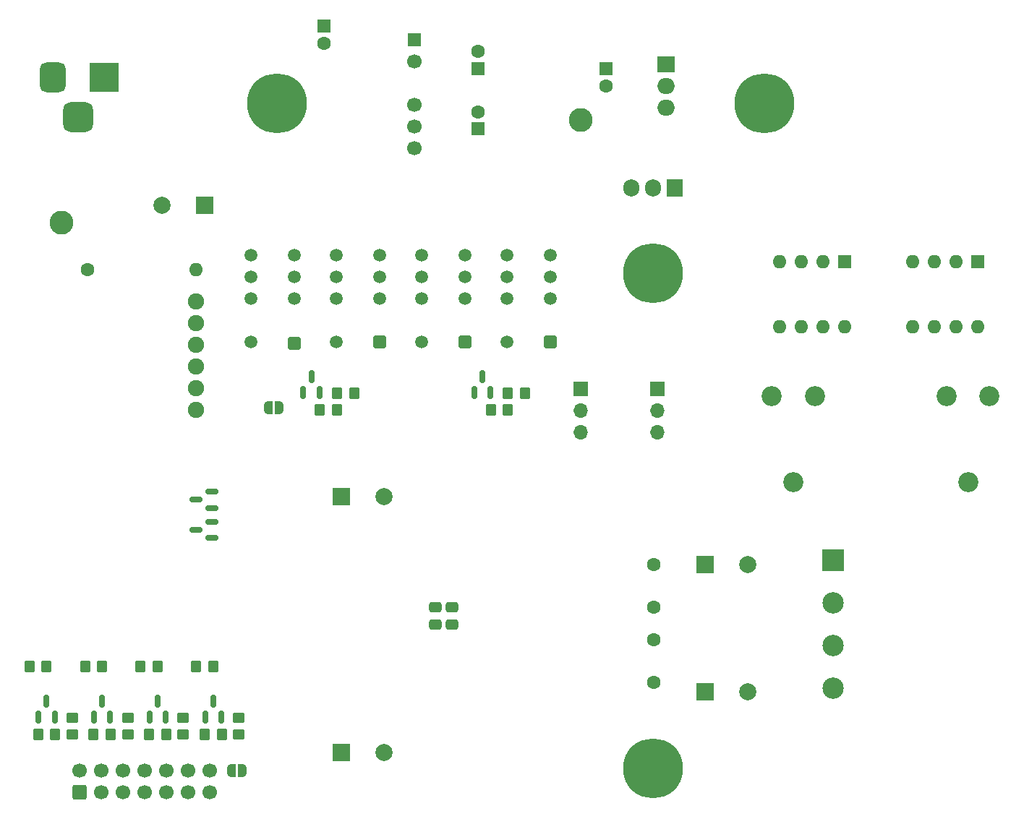
<source format=gbs>
G04 #@! TF.GenerationSoftware,KiCad,Pcbnew,6.0.6-2.fc35*
G04 #@! TF.CreationDate,2022-07-15T01:41:46+02:00*
G04 #@! TF.ProjectId,office_amp,6f666669-6365-45f6-916d-702e6b696361,rev?*
G04 #@! TF.SameCoordinates,Original*
G04 #@! TF.FileFunction,Soldermask,Bot*
G04 #@! TF.FilePolarity,Negative*
%FSLAX46Y46*%
G04 Gerber Fmt 4.6, Leading zero omitted, Abs format (unit mm)*
G04 Created by KiCad (PCBNEW 6.0.6-2.fc35) date 2022-07-15 01:41:46*
%MOMM*%
%LPD*%
G01*
G04 APERTURE LIST*
G04 Aperture macros list*
%AMRoundRect*
0 Rectangle with rounded corners*
0 $1 Rounding radius*
0 $2 $3 $4 $5 $6 $7 $8 $9 X,Y pos of 4 corners*
0 Add a 4 corners polygon primitive as box body*
4,1,4,$2,$3,$4,$5,$6,$7,$8,$9,$2,$3,0*
0 Add four circle primitives for the rounded corners*
1,1,$1+$1,$2,$3*
1,1,$1+$1,$4,$5*
1,1,$1+$1,$6,$7*
1,1,$1+$1,$8,$9*
0 Add four rect primitives between the rounded corners*
20,1,$1+$1,$2,$3,$4,$5,0*
20,1,$1+$1,$4,$5,$6,$7,0*
20,1,$1+$1,$6,$7,$8,$9,0*
20,1,$1+$1,$8,$9,$2,$3,0*%
%AMFreePoly0*
4,1,22,0.500000,-0.750000,0.000000,-0.750000,0.000000,-0.745033,-0.079941,-0.743568,-0.215256,-0.701293,-0.333266,-0.622738,-0.424486,-0.514219,-0.481581,-0.384460,-0.499164,-0.250000,-0.500000,-0.250000,-0.500000,0.250000,-0.499164,0.250000,-0.499963,0.256109,-0.478152,0.396186,-0.417904,0.524511,-0.324060,0.630769,-0.204165,0.706417,-0.067858,0.745374,0.000000,0.744959,0.000000,0.750000,
0.500000,0.750000,0.500000,-0.750000,0.500000,-0.750000,$1*%
%AMFreePoly1*
4,1,20,0.000000,0.744959,0.073905,0.744508,0.209726,0.703889,0.328688,0.626782,0.421226,0.519385,0.479903,0.390333,0.500000,0.250000,0.500000,-0.250000,0.499851,-0.262216,0.476331,-0.402017,0.414519,-0.529596,0.319384,-0.634700,0.198574,-0.708877,0.061801,-0.746166,0.000000,-0.745033,0.000000,-0.750000,-0.500000,-0.750000,-0.500000,0.750000,0.000000,0.750000,0.000000,0.744959,
0.000000,0.744959,$1*%
G04 Aperture macros list end*
%ADD10RoundRect,0.150000X0.587500X0.150000X-0.587500X0.150000X-0.587500X-0.150000X0.587500X-0.150000X0*%
%ADD11R,3.500000X3.500000*%
%ADD12RoundRect,0.750000X-0.750000X-1.000000X0.750000X-1.000000X0.750000X1.000000X-0.750000X1.000000X0*%
%ADD13RoundRect,0.875000X-0.875000X-0.875000X0.875000X-0.875000X0.875000X0.875000X-0.875000X0.875000X0*%
%ADD14R,1.600000X1.600000*%
%ADD15C,1.700000*%
%ADD16C,1.900000*%
%ADD17R,2.000000X2.000000*%
%ADD18C,2.000000*%
%ADD19RoundRect,0.250000X0.600000X-0.600000X0.600000X0.600000X-0.600000X0.600000X-0.600000X-0.600000X0*%
%ADD20C,1.600000*%
%ADD21RoundRect,0.250500X0.499500X0.499500X-0.499500X0.499500X-0.499500X-0.499500X0.499500X-0.499500X0*%
%ADD22C,1.500000*%
%ADD23C,2.340000*%
%ADD24R,1.905000X2.000000*%
%ADD25O,1.905000X2.000000*%
%ADD26O,1.600000X1.600000*%
%ADD27R,1.700000X1.700000*%
%ADD28O,1.700000X1.700000*%
%ADD29R,2.500000X2.500000*%
%ADD30C,2.500000*%
%ADD31C,7.000000*%
%ADD32C,2.800000*%
%ADD33R,2.000000X1.905000*%
%ADD34O,2.000000X1.905000*%
%ADD35RoundRect,0.250000X0.475000X-0.337500X0.475000X0.337500X-0.475000X0.337500X-0.475000X-0.337500X0*%
%ADD36RoundRect,0.250000X0.350000X0.450000X-0.350000X0.450000X-0.350000X-0.450000X0.350000X-0.450000X0*%
%ADD37RoundRect,0.250000X-0.350000X-0.450000X0.350000X-0.450000X0.350000X0.450000X-0.350000X0.450000X0*%
%ADD38RoundRect,0.250000X0.450000X-0.350000X0.450000X0.350000X-0.450000X0.350000X-0.450000X-0.350000X0*%
%ADD39FreePoly0,0.000000*%
%ADD40FreePoly1,0.000000*%
%ADD41RoundRect,0.150000X0.150000X-0.587500X0.150000X0.587500X-0.150000X0.587500X-0.150000X-0.587500X0*%
%ADD42FreePoly0,180.000000*%
%ADD43FreePoly1,180.000000*%
G04 APERTURE END LIST*
D10*
X113000000Y-120000000D03*
X114875000Y-120950000D03*
X114875000Y-119050000D03*
X112962500Y-116500000D03*
X114837500Y-117450000D03*
X114837500Y-115550000D03*
D11*
X102200000Y-67000000D03*
D12*
X96200000Y-67000000D03*
D13*
X99200000Y-71700000D03*
D14*
X138550000Y-62600000D03*
D15*
X138550000Y-65140000D03*
X138550000Y-70220000D03*
X138550000Y-72760000D03*
X138550000Y-75300000D03*
D16*
X113000000Y-106000000D03*
X113000000Y-103460000D03*
X113000000Y-100920000D03*
X113000000Y-98380000D03*
X113000000Y-95840000D03*
X113000000Y-93300000D03*
D17*
X130000000Y-146100000D03*
D18*
X135000000Y-146100000D03*
D19*
X99380000Y-150752500D03*
D15*
X99380000Y-148212500D03*
X101920000Y-150752500D03*
X101920000Y-148212500D03*
X104460000Y-150752500D03*
X104460000Y-148212500D03*
X107000000Y-150752500D03*
X107000000Y-148212500D03*
X109540000Y-150752500D03*
X109540000Y-148212500D03*
X112080000Y-150752500D03*
X112080000Y-148212500D03*
X114620000Y-150752500D03*
X114620000Y-148212500D03*
D14*
X128000000Y-61000000D03*
D20*
X128000000Y-63000000D03*
D14*
X161000000Y-66000000D03*
D20*
X161000000Y-68000000D03*
D14*
X146000000Y-73044888D03*
D20*
X146000000Y-71044888D03*
D14*
X146000000Y-66000000D03*
D20*
X146000000Y-64000000D03*
D21*
X154500000Y-98000000D03*
D22*
X154500000Y-92920000D03*
X154500000Y-90380000D03*
X154500000Y-87840000D03*
X149420000Y-87840000D03*
X149420000Y-90380000D03*
X149420000Y-92920000D03*
X149420000Y-98000000D03*
D21*
X134500000Y-98000000D03*
D22*
X134500000Y-92920000D03*
X134500000Y-90380000D03*
X134500000Y-87840000D03*
X129420000Y-87840000D03*
X129420000Y-90380000D03*
X129420000Y-92920000D03*
X129420000Y-98000000D03*
D23*
X200900000Y-104400000D03*
X203400000Y-114400000D03*
X205900000Y-104400000D03*
X180425000Y-104400000D03*
X182925000Y-114400000D03*
X185425000Y-104400000D03*
D24*
X169000000Y-80000000D03*
D25*
X166460000Y-80000000D03*
X163920000Y-80000000D03*
D14*
X188900000Y-88600000D03*
D26*
X186360000Y-88600000D03*
X183820000Y-88600000D03*
X181280000Y-88600000D03*
X181280000Y-96220000D03*
X183820000Y-96220000D03*
X186360000Y-96220000D03*
X188900000Y-96220000D03*
D17*
X114000000Y-82000000D03*
D18*
X109000000Y-82000000D03*
D14*
X204520000Y-88600000D03*
D26*
X201980000Y-88600000D03*
X199440000Y-88600000D03*
X196900000Y-88600000D03*
X196900000Y-96220000D03*
X199440000Y-96220000D03*
X201980000Y-96220000D03*
X204520000Y-96220000D03*
D27*
X158000000Y-103475000D03*
D28*
X158000000Y-106015000D03*
X158000000Y-108555000D03*
D20*
X166600000Y-124100000D03*
X166600000Y-129100000D03*
D29*
X187600000Y-123600000D03*
D30*
X187600000Y-128600000D03*
X187600000Y-133600000D03*
X187600000Y-138600000D03*
D17*
X172600000Y-139000000D03*
D18*
X177600000Y-139000000D03*
D20*
X166600000Y-132900000D03*
X166600000Y-137900000D03*
D17*
X172600000Y-124100000D03*
D18*
X177600000Y-124100000D03*
D17*
X130000000Y-116100000D03*
D18*
X135000000Y-116100000D03*
D21*
X124500000Y-98180000D03*
D22*
X124500000Y-92920000D03*
X124500000Y-90380000D03*
X124500000Y-87840000D03*
X119420000Y-87840000D03*
X119420000Y-90380000D03*
X119420000Y-92920000D03*
X119420000Y-98000000D03*
D27*
X167000000Y-103475000D03*
D28*
X167000000Y-106015000D03*
X167000000Y-108555000D03*
D21*
X144500000Y-98000000D03*
D22*
X144500000Y-92920000D03*
X144500000Y-90380000D03*
X144500000Y-87840000D03*
X139420000Y-87840000D03*
X139420000Y-90380000D03*
X139420000Y-92920000D03*
X139420000Y-98000000D03*
D31*
X179500000Y-70050000D03*
X166500000Y-147950000D03*
D32*
X97250000Y-84000000D03*
D33*
X168055000Y-65460000D03*
D34*
X168055000Y-68000000D03*
X168055000Y-70540000D03*
D20*
X100300000Y-89500000D03*
D26*
X113000000Y-89500000D03*
D31*
X166500000Y-90000000D03*
D32*
X158000000Y-72000000D03*
D31*
X122500000Y-70050000D03*
D35*
X141000000Y-131137500D03*
X141000000Y-129062500D03*
D36*
X115000000Y-136000000D03*
X113000000Y-136000000D03*
X108500000Y-136000000D03*
X106500000Y-136000000D03*
X102000000Y-136000000D03*
X100000000Y-136000000D03*
D37*
X93500000Y-136000000D03*
X95500000Y-136000000D03*
D35*
X143000000Y-131137500D03*
X143000000Y-129062500D03*
D37*
X127500000Y-106000000D03*
X129500000Y-106000000D03*
X94500000Y-144000000D03*
X96500000Y-144000000D03*
D36*
X116000000Y-144000000D03*
X114000000Y-144000000D03*
X131500000Y-104000000D03*
X129500000Y-104000000D03*
X151500000Y-104000000D03*
X149500000Y-104000000D03*
D38*
X105000000Y-144000000D03*
X105000000Y-142000000D03*
X111500000Y-144000000D03*
X111500000Y-142000000D03*
X118000000Y-144000000D03*
X118000000Y-142000000D03*
D39*
X117100000Y-148200000D03*
D40*
X118400000Y-148200000D03*
D41*
X147450000Y-103937500D03*
X145550000Y-103937500D03*
X146500000Y-102062500D03*
D36*
X103000000Y-144000000D03*
X101000000Y-144000000D03*
D38*
X98500000Y-144000000D03*
X98500000Y-142000000D03*
D41*
X115950000Y-141937500D03*
X114050000Y-141937500D03*
X115000000Y-140062500D03*
D37*
X147500000Y-106000000D03*
X149500000Y-106000000D03*
D42*
X122750000Y-105700000D03*
D43*
X121450000Y-105700000D03*
D41*
X127450000Y-103937500D03*
X125550000Y-103937500D03*
X126500000Y-102062500D03*
X102950000Y-141937500D03*
X101050000Y-141937500D03*
X102000000Y-140062500D03*
X109450000Y-141937500D03*
X107550000Y-141937500D03*
X108500000Y-140062500D03*
D36*
X109500000Y-144000000D03*
X107500000Y-144000000D03*
D41*
X96450000Y-141937500D03*
X94550000Y-141937500D03*
X95500000Y-140062500D03*
M02*

</source>
